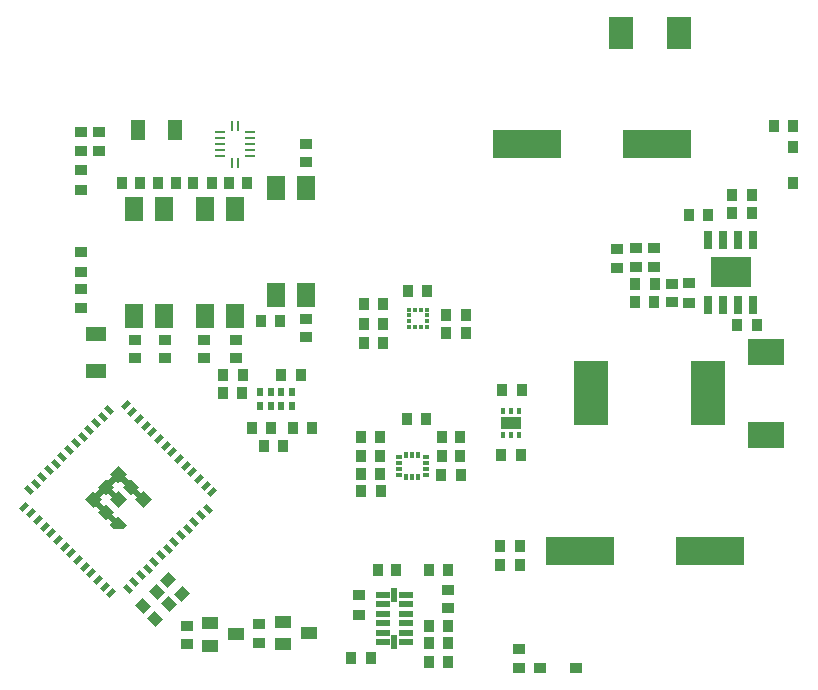
<source format=gtp>
G04*
G04 #@! TF.GenerationSoftware,Altium Limited,Altium Designer,24.5.2 (23)*
G04*
G04 Layer_Color=8421504*
%FSLAX25Y25*%
%MOIN*%
G70*
G04*
G04 #@! TF.SameCoordinates,843F1F9D-CF68-4CC6-824C-A0058C937974*
G04*
G04*
G04 #@! TF.FilePolarity,Positive*
G04*
G01*
G75*
%ADD17R,0.01575X0.01575*%
%ADD18R,0.03701X0.04016*%
%ADD19R,0.04508X0.02165*%
%ADD20R,0.02165X0.04508*%
%ADD21R,0.04016X0.03701*%
%ADD22R,0.03937X0.03543*%
%ADD23R,0.03543X0.03937*%
%ADD24R,0.22638X0.09646*%
%ADD25R,0.12205X0.08661*%
%ADD26R,0.11417X0.21260*%
%ADD27R,0.02756X0.06004*%
%ADD28R,0.13583X0.10079*%
%ADD29R,0.04528X0.06693*%
%ADD30R,0.06693X0.04528*%
%ADD31R,0.01968X0.03150*%
%ADD32R,0.08465X0.11024*%
G04:AMPARAMS|DCode=33|XSize=15.75mil|YSize=31.5mil|CornerRadius=0mil|HoleSize=0mil|Usage=FLASHONLY|Rotation=135.000|XOffset=0mil|YOffset=0mil|HoleType=Round|Shape=Rectangle|*
%AMROTATEDRECTD33*
4,1,4,0.01670,0.00557,-0.00557,-0.01670,-0.01670,-0.00557,0.00557,0.01670,0.01670,0.00557,0.0*
%
%ADD33ROTATEDRECTD33*%

G04:AMPARAMS|DCode=34|XSize=31.5mil|YSize=15.75mil|CornerRadius=0mil|HoleSize=0mil|Usage=FLASHONLY|Rotation=135.000|XOffset=0mil|YOffset=0mil|HoleType=Round|Shape=Rectangle|*
%AMROTATEDRECTD34*
4,1,4,0.01670,-0.00557,0.00557,-0.01670,-0.01670,0.00557,-0.00557,0.01670,0.01670,-0.00557,0.0*
%
%ADD34ROTATEDRECTD34*%

G04:AMPARAMS|DCode=35|XSize=39.37mil|YSize=35.43mil|CornerRadius=0mil|HoleSize=0mil|Usage=FLASHONLY|Rotation=135.000|XOffset=0mil|YOffset=0mil|HoleType=Round|Shape=Rectangle|*
%AMROTATEDRECTD35*
4,1,4,0.02645,-0.00139,0.00139,-0.02645,-0.02645,0.00139,-0.00139,0.02645,0.02645,-0.00139,0.0*
%
%ADD35ROTATEDRECTD35*%

%ADD36R,0.05512X0.03937*%
G04:AMPARAMS|DCode=37|XSize=39.37mil|YSize=35.43mil|CornerRadius=0mil|HoleSize=0mil|Usage=FLASHONLY|Rotation=225.000|XOffset=0mil|YOffset=0mil|HoleType=Round|Shape=Rectangle|*
%AMROTATEDRECTD37*
4,1,4,0.00139,0.02645,0.02645,0.00139,-0.00139,-0.02645,-0.02645,-0.00139,0.00139,0.02645,0.0*
%
%ADD37ROTATEDRECTD37*%

%ADD38R,0.00945X0.03543*%
%ADD39R,0.03543X0.00945*%
%ADD40R,0.05906X0.08268*%
%ADD41R,0.02362X0.01181*%
%ADD42R,0.01181X0.02362*%
%ADD43R,0.06693X0.04331*%
%ADD44R,0.01378X0.02362*%
G36*
X45655Y74977D02*
X44959Y74281D01*
X46351Y72889D01*
X47047Y73585D01*
X49831Y70801D01*
X49135Y70105D01*
X50527Y68713D01*
X51223Y69409D01*
X54007Y66625D01*
X51223Y63841D01*
X48439Y66625D01*
X49135Y67321D01*
X47743Y68713D01*
X47047Y68017D01*
X44263Y70801D01*
X44959Y71497D01*
X43567Y72889D01*
X42871Y72193D01*
X42175Y72889D01*
X40783Y71497D01*
X41479Y70801D01*
X40783Y70105D01*
X42175Y68713D01*
X42871Y69409D01*
X45655Y66625D01*
X42871Y63841D01*
X40087Y66625D01*
X40783Y67321D01*
X39391Y68713D01*
X38695Y68017D01*
X37999Y68713D01*
X36607Y67321D01*
X37303Y66625D01*
X36607Y65929D01*
X37999Y64537D01*
X38695Y65233D01*
X41479Y62449D01*
X40783Y61753D01*
X42175Y60361D01*
X42871Y61057D01*
X45655Y58273D01*
X44263Y56881D01*
X41479D01*
X40087Y58273D01*
X40783Y58969D01*
X39391Y60361D01*
X38695Y59665D01*
X35911Y62449D01*
X36607Y63145D01*
X35215Y64537D01*
X34519Y63841D01*
X31736Y66625D01*
X34519Y69409D01*
X35215Y68713D01*
X36607Y70105D01*
X35911Y70801D01*
X38695Y73585D01*
X39391Y72889D01*
X40783Y74281D01*
X40087Y74977D01*
X42871Y77761D01*
X45655Y74977D01*
D02*
G37*
D17*
X139567Y125984D02*
D03*
Y124016D02*
D03*
Y127953D02*
D03*
Y129921D02*
D03*
X143701Y124016D02*
D03*
X141732D02*
D03*
X145866D02*
D03*
X143701Y129921D02*
D03*
X141732D02*
D03*
X145866Y125984D02*
D03*
Y129921D02*
D03*
Y127953D02*
D03*
D18*
X146496Y24606D02*
D03*
X152717D02*
D03*
X129278Y43143D02*
D03*
X135498D02*
D03*
X152717D02*
D03*
X146496D02*
D03*
X146496Y18701D02*
D03*
X152717D02*
D03*
Y12368D02*
D03*
X146496D02*
D03*
X267717Y190945D02*
D03*
X261496D02*
D03*
X215170Y132601D02*
D03*
X221390D02*
D03*
X233110Y161417D02*
D03*
X239331D02*
D03*
X77814Y102057D02*
D03*
X84034D02*
D03*
X87335Y90285D02*
D03*
X93556D02*
D03*
X97570Y84399D02*
D03*
X91349D02*
D03*
X101093Y90536D02*
D03*
X107314D02*
D03*
X124843Y131890D02*
D03*
X131063D02*
D03*
Y125236D02*
D03*
X124843D02*
D03*
X139336Y136099D02*
D03*
X145556D02*
D03*
X124843Y118752D02*
D03*
X131063D02*
D03*
X96614Y125984D02*
D03*
X90394D02*
D03*
X79567Y172244D02*
D03*
X85787D02*
D03*
X67756D02*
D03*
X73976D02*
D03*
X43976D02*
D03*
X50197D02*
D03*
X55945D02*
D03*
X62165D02*
D03*
X123858Y81089D02*
D03*
X130079D02*
D03*
X123858Y75246D02*
D03*
X130079D02*
D03*
X156796Y87598D02*
D03*
X150576D02*
D03*
X145377Y93379D02*
D03*
X139157D02*
D03*
X123858Y87598D02*
D03*
X130079D02*
D03*
X156796Y81089D02*
D03*
X150576D02*
D03*
D19*
X130905Y34843D02*
D03*
Y31693D02*
D03*
Y28543D02*
D03*
Y25394D02*
D03*
Y22244D02*
D03*
Y19094D02*
D03*
X138858Y34843D02*
D03*
Y31693D02*
D03*
Y28543D02*
D03*
Y25394D02*
D03*
Y22244D02*
D03*
Y19094D02*
D03*
D20*
X134882Y34882D02*
D03*
Y19055D02*
D03*
D21*
X152559Y36575D02*
D03*
Y30354D02*
D03*
X176525Y10552D02*
D03*
Y16772D02*
D03*
X209106Y150151D02*
D03*
Y143931D02*
D03*
X215485Y144121D02*
D03*
Y150341D02*
D03*
X221390Y144121D02*
D03*
Y150341D02*
D03*
X227281Y132277D02*
D03*
Y138498D02*
D03*
X48337Y119864D02*
D03*
Y113644D02*
D03*
X58474Y113644D02*
D03*
Y119864D02*
D03*
X71536Y119864D02*
D03*
Y113644D02*
D03*
X81984D02*
D03*
Y119864D02*
D03*
X105315Y120607D02*
D03*
Y126828D02*
D03*
X65831Y18310D02*
D03*
Y24530D02*
D03*
X89873Y18852D02*
D03*
Y25073D02*
D03*
X105315Y185197D02*
D03*
Y178976D02*
D03*
X30512Y136658D02*
D03*
Y130438D02*
D03*
X36417Y182913D02*
D03*
Y189134D02*
D03*
X30512Y189134D02*
D03*
Y182913D02*
D03*
D22*
X123031Y34843D02*
D03*
Y28150D02*
D03*
X195317Y10360D02*
D03*
X183506D02*
D03*
X233186Y132041D02*
D03*
Y138734D02*
D03*
X30512Y142319D02*
D03*
Y149012D02*
D03*
X30512Y176575D02*
D03*
Y169882D02*
D03*
D23*
X267717Y184055D02*
D03*
Y172244D02*
D03*
X177067Y81397D02*
D03*
X170374D02*
D03*
X248933Y124636D02*
D03*
X255626D02*
D03*
X214933Y138380D02*
D03*
X221626D02*
D03*
X176761Y51055D02*
D03*
X170068D02*
D03*
X170068Y44667D02*
D03*
X176761D02*
D03*
X254195Y162046D02*
D03*
X247502D02*
D03*
X247502Y168054D02*
D03*
X254195D02*
D03*
X103634Y108002D02*
D03*
X96941D02*
D03*
X77578Y108002D02*
D03*
X84270D02*
D03*
X152165Y122047D02*
D03*
X158858D02*
D03*
X152165Y127953D02*
D03*
X158858D02*
D03*
X120257Y13662D02*
D03*
X126950D02*
D03*
X123622Y69358D02*
D03*
X130315D02*
D03*
X157033Y74803D02*
D03*
X150340D02*
D03*
X170571Y102965D02*
D03*
X177264D02*
D03*
D24*
X239933Y49434D02*
D03*
X196626D02*
D03*
X179134Y185039D02*
D03*
X222441D02*
D03*
D25*
X258777Y88143D02*
D03*
Y115702D02*
D03*
D26*
X239491Y102022D02*
D03*
X200514D02*
D03*
D27*
X254466Y152954D02*
D03*
X249466D02*
D03*
X244466D02*
D03*
X239466D02*
D03*
Y131600D02*
D03*
X244466D02*
D03*
X249466D02*
D03*
X254466D02*
D03*
D28*
X246966Y142277D02*
D03*
D29*
X61752Y189924D02*
D03*
X49350D02*
D03*
D30*
X35427Y121852D02*
D03*
Y109451D02*
D03*
D31*
X90052Y102490D02*
D03*
X93595D02*
D03*
X97138D02*
D03*
X100681D02*
D03*
Y97766D02*
D03*
X97138D02*
D03*
X93595D02*
D03*
X90052D02*
D03*
D32*
X210294Y222247D02*
D03*
X229625D02*
D03*
D33*
X40505Y35306D02*
D03*
X38278Y37534D02*
D03*
X36051Y39761D02*
D03*
X33823Y41988D02*
D03*
X31596Y44215D02*
D03*
X29369Y46442D02*
D03*
X27142Y48669D02*
D03*
X24915Y50896D02*
D03*
X22688Y53123D02*
D03*
X20461Y55350D02*
D03*
X18234Y57577D02*
D03*
X16006Y59805D02*
D03*
X13779Y62032D02*
D03*
X11552Y64259D02*
D03*
X45237Y97944D02*
D03*
X47464Y95717D02*
D03*
X49692Y93490D02*
D03*
X51919Y91263D02*
D03*
X54146Y89035D02*
D03*
X56373Y86808D02*
D03*
X58600Y84581D02*
D03*
X60827Y82354D02*
D03*
X63054Y80127D02*
D03*
X65281Y77900D02*
D03*
X67508Y75673D02*
D03*
X69735Y73446D02*
D03*
X71963Y71219D02*
D03*
X74190Y68991D02*
D03*
D34*
X13083Y69687D02*
D03*
X15311Y71914D02*
D03*
X17538Y74142D02*
D03*
X19765Y76369D02*
D03*
X21992Y78596D02*
D03*
X24219Y80823D02*
D03*
X26446Y83050D02*
D03*
X28673Y85277D02*
D03*
X30900Y87504D02*
D03*
X33127Y89731D02*
D03*
X35355Y91958D02*
D03*
X37582Y94186D02*
D03*
X39809Y96413D02*
D03*
X72659Y63563D02*
D03*
X70432Y61336D02*
D03*
X68204Y59109D02*
D03*
X65977Y56881D02*
D03*
X63750Y54654D02*
D03*
X61523Y52427D02*
D03*
X59296Y50200D02*
D03*
X57069Y47973D02*
D03*
X54842Y45746D02*
D03*
X52615Y43519D02*
D03*
X50388Y41292D02*
D03*
X48160Y39065D02*
D03*
X45933Y36838D02*
D03*
D35*
X55639Y35766D02*
D03*
X50906Y31033D02*
D03*
X59739Y31608D02*
D03*
X55007Y26875D02*
D03*
D36*
X82087Y21654D02*
D03*
X73425Y17913D02*
D03*
Y25394D02*
D03*
X106502Y22024D02*
D03*
X97841Y18284D02*
D03*
Y25765D02*
D03*
D37*
X59380Y39876D02*
D03*
X64113Y35143D02*
D03*
D38*
X80709Y191142D02*
D03*
Y178937D02*
D03*
X82677D02*
D03*
Y191142D02*
D03*
D39*
X76575Y188976D02*
D03*
Y187008D02*
D03*
Y185039D02*
D03*
Y183071D02*
D03*
Y181102D02*
D03*
X86811D02*
D03*
Y183071D02*
D03*
Y185039D02*
D03*
Y187008D02*
D03*
Y188976D02*
D03*
D40*
X105394Y134646D02*
D03*
X95394D02*
D03*
Y170472D02*
D03*
X105394D02*
D03*
X81772Y127756D02*
D03*
X71772D02*
D03*
Y163583D02*
D03*
X81772D02*
D03*
X58150Y127756D02*
D03*
X48150D02*
D03*
Y163583D02*
D03*
X58150D02*
D03*
D41*
X136221Y80709D02*
D03*
Y78740D02*
D03*
Y76772D02*
D03*
Y74803D02*
D03*
X145276D02*
D03*
Y76772D02*
D03*
Y78740D02*
D03*
Y80709D02*
D03*
D42*
X138779Y74213D02*
D03*
X140748D02*
D03*
X142717D02*
D03*
Y81299D02*
D03*
X140748D02*
D03*
X138779D02*
D03*
D43*
X173721Y92114D02*
D03*
D44*
X176279Y87980D02*
D03*
X173721D02*
D03*
X171161D02*
D03*
Y96248D02*
D03*
X173721D02*
D03*
X176279D02*
D03*
M02*

</source>
